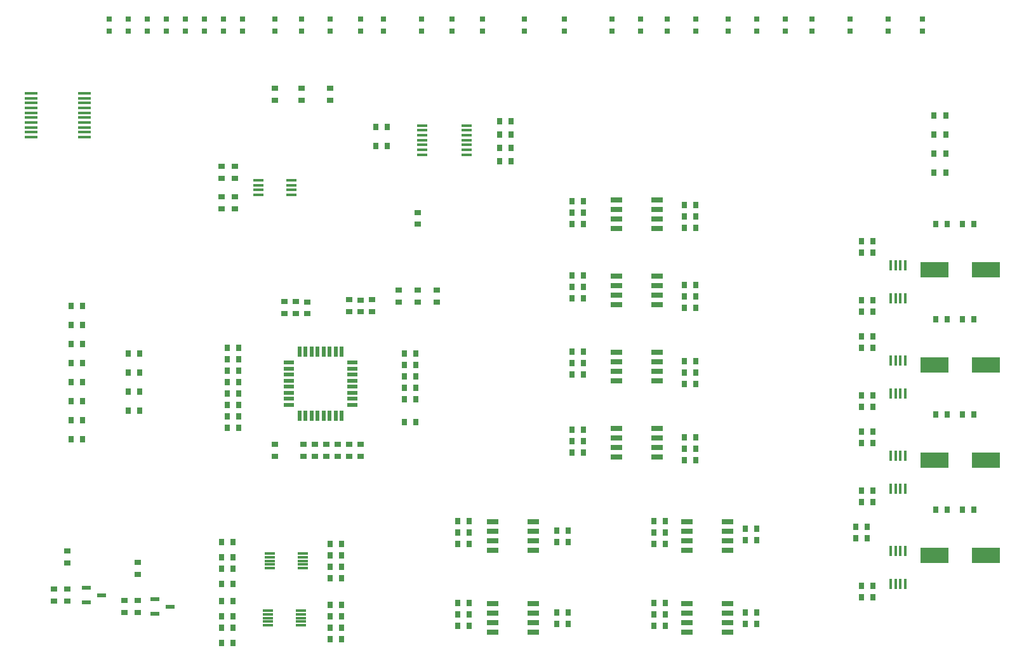
<source format=gtp>
G04*
G04 #@! TF.GenerationSoftware,Altium Limited,Altium Designer,22.3.1 (43)*
G04*
G04 Layer_Color=8421504*
%FSLAX25Y25*%
%MOIN*%
G70*
G04*
G04 #@! TF.SameCoordinates,D3354991-DD5C-4E6D-8F59-54D9BE61E837*
G04*
G04*
G04 #@! TF.FilePolarity,Positive*
G04*
G01*
G75*
%ADD15R,0.04921X0.02362*%
%ADD16R,0.03740X0.03150*%
%ADD17R,0.01772X0.05512*%
%ADD18R,0.03150X0.03740*%
%ADD19R,0.14764X0.08071*%
%ADD20R,0.05807X0.02362*%
%ADD21R,0.02362X0.05807*%
%ADD22R,0.07087X0.01772*%
%ADD23R,0.03150X0.03150*%
%ADD24R,0.06016X0.02559*%
%ADD25R,0.05512X0.01181*%
%ADD26R,0.05512X0.01772*%
%ADD27R,0.05807X0.01772*%
D15*
X73134Y38000D02*
D03*
X64866Y34260D02*
D03*
Y41740D02*
D03*
X100866Y35740D02*
D03*
Y28260D02*
D03*
X109134Y32000D02*
D03*
D16*
X48000Y34850D02*
D03*
Y41150D02*
D03*
X55000Y61150D02*
D03*
Y54850D02*
D03*
Y34850D02*
D03*
Y41150D02*
D03*
X203000Y110850D02*
D03*
Y117150D02*
D03*
X136000Y256850D02*
D03*
Y263150D02*
D03*
Y247150D02*
D03*
Y240850D02*
D03*
X143000Y263150D02*
D03*
Y256850D02*
D03*
X209000Y110850D02*
D03*
Y117150D02*
D03*
X164000D02*
D03*
Y110850D02*
D03*
X169000Y185850D02*
D03*
Y192150D02*
D03*
X92000Y48850D02*
D03*
Y55150D02*
D03*
X209000Y193000D02*
D03*
Y186701D02*
D03*
X143000Y240850D02*
D03*
Y247150D02*
D03*
X179000Y110850D02*
D03*
Y117150D02*
D03*
X215000Y193150D02*
D03*
Y186850D02*
D03*
X185000Y110850D02*
D03*
Y117150D02*
D03*
X197000Y110850D02*
D03*
Y117150D02*
D03*
X191000Y110850D02*
D03*
Y117150D02*
D03*
X239000Y198150D02*
D03*
Y191850D02*
D03*
X203000Y193150D02*
D03*
Y186850D02*
D03*
X229000Y198150D02*
D03*
Y191850D02*
D03*
X181000Y185701D02*
D03*
Y192000D02*
D03*
X175000Y185850D02*
D03*
Y192150D02*
D03*
X239000Y239000D02*
D03*
Y232701D02*
D03*
X249000Y198150D02*
D03*
Y191850D02*
D03*
X85000Y35150D02*
D03*
Y28850D02*
D03*
X92000Y35150D02*
D03*
Y28850D02*
D03*
X164000Y304150D02*
D03*
Y297850D02*
D03*
X193000Y304150D02*
D03*
Y297850D02*
D03*
X178000Y304150D02*
D03*
Y297850D02*
D03*
D17*
X487361Y61161D02*
D03*
X489921D02*
D03*
X492480D02*
D03*
X495039D02*
D03*
Y43839D02*
D03*
X492480D02*
D03*
X489921D02*
D03*
X487361D02*
D03*
Y193839D02*
D03*
X489921D02*
D03*
X492480D02*
D03*
X495039D02*
D03*
Y211161D02*
D03*
X492480D02*
D03*
X489921D02*
D03*
X487361D02*
D03*
Y143839D02*
D03*
X489921D02*
D03*
X492480D02*
D03*
X495039D02*
D03*
Y161161D02*
D03*
X492480D02*
D03*
X489921D02*
D03*
X487361D02*
D03*
Y93839D02*
D03*
X489921D02*
D03*
X492480D02*
D03*
X495039D02*
D03*
Y111161D02*
D03*
X492480D02*
D03*
X489921D02*
D03*
X487361D02*
D03*
D18*
X468850Y74000D02*
D03*
X475150D02*
D03*
X238150Y147000D02*
D03*
X231850D02*
D03*
X238150Y153000D02*
D03*
X231850D02*
D03*
X238150Y159000D02*
D03*
X231850D02*
D03*
X238150Y141000D02*
D03*
X231850D02*
D03*
X238150Y129000D02*
D03*
X231850D02*
D03*
X56850Y140000D02*
D03*
X63150D02*
D03*
X56850Y180000D02*
D03*
X63150D02*
D03*
X192850Y47000D02*
D03*
X199150D02*
D03*
X135850Y27000D02*
D03*
X142150D02*
D03*
X478150Y37000D02*
D03*
X471850D02*
D03*
X266150Y65000D02*
D03*
X259850D02*
D03*
X266150Y77000D02*
D03*
X259850D02*
D03*
X471850Y118000D02*
D03*
X478150D02*
D03*
X238150Y165000D02*
D03*
X231850D02*
D03*
X266150Y28000D02*
D03*
X259850D02*
D03*
X516299Y260000D02*
D03*
X510000D02*
D03*
X145150Y162000D02*
D03*
X138850D02*
D03*
X369150Y77000D02*
D03*
X362850D02*
D03*
X326150Y160000D02*
D03*
X319850D02*
D03*
X145150Y126000D02*
D03*
X138850D02*
D03*
X471850Y143000D02*
D03*
X478150D02*
D03*
X417150Y73000D02*
D03*
X410850D02*
D03*
X369150Y71000D02*
D03*
X362850D02*
D03*
X378850Y231000D02*
D03*
X385150D02*
D03*
X192850Y65000D02*
D03*
X199150D02*
D03*
X468850Y68000D02*
D03*
X475150D02*
D03*
X145150Y144000D02*
D03*
X138850D02*
D03*
X471850Y174000D02*
D03*
X478150D02*
D03*
X471850Y224000D02*
D03*
X478150D02*
D03*
X326150Y245000D02*
D03*
X319850D02*
D03*
X266150Y71000D02*
D03*
X259850D02*
D03*
X417150Y29000D02*
D03*
X410850D02*
D03*
X326150Y166000D02*
D03*
X319850D02*
D03*
X417150Y67000D02*
D03*
X410850D02*
D03*
X524850Y133000D02*
D03*
X531150D02*
D03*
X192850Y53000D02*
D03*
X199150D02*
D03*
X369150Y34000D02*
D03*
X362850D02*
D03*
X326150Y239000D02*
D03*
X319850D02*
D03*
X145150Y150000D02*
D03*
X138850D02*
D03*
X369150Y65000D02*
D03*
X362850D02*
D03*
X516299Y290000D02*
D03*
X510000D02*
D03*
X192850Y21000D02*
D03*
X199150D02*
D03*
X478150Y137000D02*
D03*
X471850D02*
D03*
X192850Y59000D02*
D03*
X199150D02*
D03*
X318150Y23000D02*
D03*
X311850D02*
D03*
X369150Y22000D02*
D03*
X362850D02*
D03*
X318150Y29000D02*
D03*
X311850D02*
D03*
X524850Y183000D02*
D03*
X531150D02*
D03*
X516299Y280000D02*
D03*
X510000D02*
D03*
X145150Y156000D02*
D03*
X138850D02*
D03*
X471850Y218000D02*
D03*
X478150D02*
D03*
X417150Y23000D02*
D03*
X410850D02*
D03*
X471850Y168000D02*
D03*
X478150D02*
D03*
X516299Y270000D02*
D03*
X510000D02*
D03*
X478150Y187000D02*
D03*
X471850D02*
D03*
X385150Y243000D02*
D03*
X378850D02*
D03*
X135850Y58000D02*
D03*
X142150D02*
D03*
X135850Y21000D02*
D03*
X142150D02*
D03*
X145150Y138000D02*
D03*
X138850D02*
D03*
X145150Y168000D02*
D03*
X138850D02*
D03*
X266150Y34000D02*
D03*
X259850D02*
D03*
X478150Y87000D02*
D03*
X471850D02*
D03*
X192850Y27000D02*
D03*
X199150D02*
D03*
X266150Y22000D02*
D03*
X259850D02*
D03*
X318150Y72000D02*
D03*
X311850D02*
D03*
X471850Y124000D02*
D03*
X478150D02*
D03*
X192850Y33000D02*
D03*
X199150D02*
D03*
X471850Y93000D02*
D03*
X478150D02*
D03*
X135850Y52000D02*
D03*
X142150D02*
D03*
X471850Y193000D02*
D03*
X478150D02*
D03*
X524850Y83000D02*
D03*
X531150D02*
D03*
X192850Y15000D02*
D03*
X199150D02*
D03*
X369150Y28000D02*
D03*
X362850D02*
D03*
X524850Y233000D02*
D03*
X531150D02*
D03*
X145150Y132000D02*
D03*
X138850D02*
D03*
X318150Y66000D02*
D03*
X311850D02*
D03*
X471850Y43000D02*
D03*
X478150D02*
D03*
X142150Y35000D02*
D03*
X135850D02*
D03*
X142150Y13000D02*
D03*
X135850D02*
D03*
X517150Y83000D02*
D03*
X510850D02*
D03*
X142150Y44000D02*
D03*
X135850D02*
D03*
X56850Y170000D02*
D03*
X63150D02*
D03*
X56850Y150000D02*
D03*
X63150D02*
D03*
X517150Y133000D02*
D03*
X510850D02*
D03*
X56850Y130000D02*
D03*
X63150D02*
D03*
X93150Y165000D02*
D03*
X86850D02*
D03*
X93150Y155000D02*
D03*
X86850D02*
D03*
X93150Y145000D02*
D03*
X86850D02*
D03*
X93150Y135000D02*
D03*
X86850D02*
D03*
X56850Y190000D02*
D03*
X63150D02*
D03*
X517150Y233000D02*
D03*
X510850D02*
D03*
X517150Y183000D02*
D03*
X510850D02*
D03*
X142150Y66000D02*
D03*
X135850D02*
D03*
X56850Y160000D02*
D03*
X63150D02*
D03*
X56850Y120000D02*
D03*
X63150D02*
D03*
X385150Y121000D02*
D03*
X378850D02*
D03*
X385150Y161000D02*
D03*
X378850D02*
D03*
Y115000D02*
D03*
X385150D02*
D03*
X378850Y149000D02*
D03*
X385150D02*
D03*
X326150Y206000D02*
D03*
X319850D02*
D03*
Y194000D02*
D03*
X326150D02*
D03*
Y119000D02*
D03*
X319850D02*
D03*
Y113000D02*
D03*
X326150D02*
D03*
X281850Y287000D02*
D03*
X288150D02*
D03*
X378850Y109000D02*
D03*
X385150D02*
D03*
X281850Y266000D02*
D03*
X288150D02*
D03*
X223150Y284000D02*
D03*
X216850D02*
D03*
X385150Y201000D02*
D03*
X378850D02*
D03*
Y195000D02*
D03*
X385150D02*
D03*
X319850Y233000D02*
D03*
X326150D02*
D03*
X281850Y273000D02*
D03*
X288150D02*
D03*
X319850Y154000D02*
D03*
X326150D02*
D03*
X378850Y189000D02*
D03*
X385150D02*
D03*
X223150Y274000D02*
D03*
X216850D02*
D03*
X326150Y200000D02*
D03*
X319850D02*
D03*
X326150Y125000D02*
D03*
X319850D02*
D03*
X378850Y237000D02*
D03*
X385150D02*
D03*
X288150Y280000D02*
D03*
X281850D02*
D03*
X378850Y155000D02*
D03*
X385150D02*
D03*
D19*
X537186Y59000D02*
D03*
X510414D02*
D03*
X537186Y109000D02*
D03*
X510414D02*
D03*
Y209000D02*
D03*
X537186D02*
D03*
X510414Y159000D02*
D03*
X537186D02*
D03*
D20*
X171315Y160024D02*
D03*
Y156874D02*
D03*
Y153724D02*
D03*
Y150575D02*
D03*
Y147425D02*
D03*
Y144276D02*
D03*
Y141126D02*
D03*
Y137976D02*
D03*
X204685D02*
D03*
Y141126D02*
D03*
Y144276D02*
D03*
Y147425D02*
D03*
Y150575D02*
D03*
Y153724D02*
D03*
Y156874D02*
D03*
Y160024D02*
D03*
D21*
X176976Y132315D02*
D03*
X180126D02*
D03*
X183276D02*
D03*
X186425D02*
D03*
X189575D02*
D03*
X192724D02*
D03*
X195874D02*
D03*
X199024D02*
D03*
Y165685D02*
D03*
X195874D02*
D03*
X192724D02*
D03*
X189575D02*
D03*
X186425D02*
D03*
X183276D02*
D03*
X180126D02*
D03*
X176976D02*
D03*
D22*
X63976Y301516D02*
D03*
Y298957D02*
D03*
Y296398D02*
D03*
Y293839D02*
D03*
Y291280D02*
D03*
Y288720D02*
D03*
Y286161D02*
D03*
Y283602D02*
D03*
Y281043D02*
D03*
Y278484D02*
D03*
X36024D02*
D03*
Y281043D02*
D03*
Y283602D02*
D03*
Y286161D02*
D03*
Y288720D02*
D03*
Y291280D02*
D03*
Y293839D02*
D03*
Y296398D02*
D03*
Y298957D02*
D03*
Y301516D02*
D03*
D23*
X77000Y334350D02*
D03*
Y340650D02*
D03*
X466000Y334350D02*
D03*
Y340650D02*
D03*
X356000Y334350D02*
D03*
Y340650D02*
D03*
X316000Y334350D02*
D03*
Y340650D02*
D03*
X432000Y334350D02*
D03*
Y340650D02*
D03*
X107000Y334350D02*
D03*
Y340650D02*
D03*
X370000Y334350D02*
D03*
Y340650D02*
D03*
X127000Y334350D02*
D03*
Y340650D02*
D03*
X147000Y334350D02*
D03*
Y340650D02*
D03*
X137000Y334350D02*
D03*
Y340650D02*
D03*
X178000Y334350D02*
D03*
Y340650D02*
D03*
X209000Y334350D02*
D03*
Y340650D02*
D03*
X504000Y334350D02*
D03*
Y340650D02*
D03*
X193000Y334350D02*
D03*
Y340650D02*
D03*
X87000Y334350D02*
D03*
Y340650D02*
D03*
X417000Y334350D02*
D03*
Y340650D02*
D03*
X273000Y334350D02*
D03*
Y340650D02*
D03*
X385000Y334350D02*
D03*
Y340650D02*
D03*
X486000Y334350D02*
D03*
Y340650D02*
D03*
X97000Y334350D02*
D03*
Y340650D02*
D03*
X295000Y334350D02*
D03*
Y340650D02*
D03*
X164000Y334350D02*
D03*
Y340650D02*
D03*
X402000Y334350D02*
D03*
Y340650D02*
D03*
X257000Y334350D02*
D03*
Y340650D02*
D03*
X241000Y334350D02*
D03*
Y340650D02*
D03*
X117000Y334350D02*
D03*
Y340650D02*
D03*
X446000Y334350D02*
D03*
Y340650D02*
D03*
X341000Y334350D02*
D03*
Y340650D02*
D03*
X221000Y334350D02*
D03*
Y340650D02*
D03*
D24*
X299673Y76500D02*
D03*
Y71500D02*
D03*
Y66500D02*
D03*
Y61500D02*
D03*
X278327D02*
D03*
Y66500D02*
D03*
Y71500D02*
D03*
Y76500D02*
D03*
X299673Y33500D02*
D03*
Y28500D02*
D03*
Y23500D02*
D03*
Y18500D02*
D03*
X278327D02*
D03*
Y23500D02*
D03*
Y28500D02*
D03*
Y33500D02*
D03*
X364673Y205500D02*
D03*
Y200500D02*
D03*
Y195500D02*
D03*
Y190500D02*
D03*
X343327D02*
D03*
Y195500D02*
D03*
Y200500D02*
D03*
Y205500D02*
D03*
X401673Y33500D02*
D03*
Y28500D02*
D03*
Y23500D02*
D03*
Y18500D02*
D03*
X380327D02*
D03*
Y23500D02*
D03*
Y28500D02*
D03*
Y33500D02*
D03*
X364673Y125500D02*
D03*
Y120500D02*
D03*
Y115500D02*
D03*
Y110500D02*
D03*
X343327D02*
D03*
Y115500D02*
D03*
Y120500D02*
D03*
Y125500D02*
D03*
X364673Y245500D02*
D03*
Y240500D02*
D03*
Y235500D02*
D03*
Y230500D02*
D03*
X343327D02*
D03*
Y235500D02*
D03*
Y240500D02*
D03*
Y245500D02*
D03*
X401673Y76500D02*
D03*
Y71500D02*
D03*
Y66500D02*
D03*
Y61500D02*
D03*
X380327D02*
D03*
Y66500D02*
D03*
Y71500D02*
D03*
Y76500D02*
D03*
X364673Y165500D02*
D03*
Y160500D02*
D03*
Y155500D02*
D03*
Y150500D02*
D03*
X343327D02*
D03*
Y155500D02*
D03*
Y160500D02*
D03*
Y165500D02*
D03*
D25*
X178661Y59937D02*
D03*
Y57968D02*
D03*
Y56000D02*
D03*
Y54031D02*
D03*
Y52063D02*
D03*
X161339D02*
D03*
Y54031D02*
D03*
Y56000D02*
D03*
Y57968D02*
D03*
Y59937D02*
D03*
X177661Y29937D02*
D03*
Y27968D02*
D03*
Y26000D02*
D03*
Y24032D02*
D03*
Y22063D02*
D03*
X160339D02*
D03*
Y24032D02*
D03*
Y26000D02*
D03*
Y27968D02*
D03*
Y29937D02*
D03*
D26*
X155339Y255839D02*
D03*
Y253279D02*
D03*
Y250721D02*
D03*
Y248161D02*
D03*
X172661D02*
D03*
Y250721D02*
D03*
Y253279D02*
D03*
Y255839D02*
D03*
D27*
X264567Y284677D02*
D03*
Y282118D02*
D03*
Y279559D02*
D03*
Y277000D02*
D03*
Y274441D02*
D03*
Y271882D02*
D03*
Y269323D02*
D03*
X241433D02*
D03*
Y271882D02*
D03*
Y274441D02*
D03*
Y277000D02*
D03*
Y279559D02*
D03*
Y282118D02*
D03*
Y284677D02*
D03*
M02*

</source>
